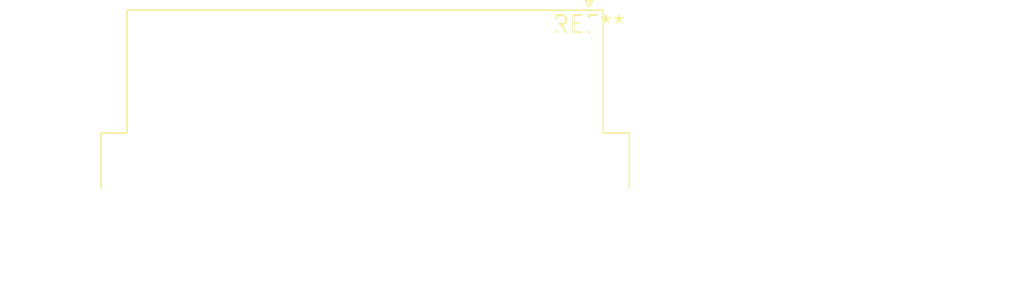
<source format=kicad_pcb>
(kicad_pcb (version 20240108) (generator pcbnew)
  (layers (0 "F.Cu" signal) (31 "B.Cu" signal) (34 "B.Paste" user) (35 "F.Paste" user) (36 "B.SilkS" user "B.Silkscreen") (37 "F.SilkS" user "F.Silkscreen") (38 "B.Mask" user) (39 "F.Mask" user) (44 "Edge.Cuts" user))
  (net 0 "")
  (footprint "DSUB-25_Female_Horizontal_P2.77x2.84mm_EdgePinOffset9.40mm" (layer "F.Cu") (at 0 0)
    (property "Reference" "REF**")
    (property "Value" "DSUB-25_Female_Horizontal_P2.77x2.84mm_EdgePinOffset9.40mm")
    (fp_line (start -36.23 8.08) (end -34.3 8.08) (layer "F.SilkS") (stroke (width 0.12)))
    (fp_line (start -36.23 12.18) (end -36.23 8.08) (layer "F.SilkS") (stroke (width 0.12)))
    (fp_line (start -34.3 -1.06) (end 1.06 -1.06) (layer "F.SilkS") (stroke (width 0.12)))
    (fp_line (start -34.3 8.08) (end -34.3 -1.06) (layer "F.SilkS") (stroke (width 0.12)))
    (fp_line (start -0.25 -1.754338) (end 0.25 -1.754338) (layer "F.SilkS") (stroke (width 0.12)))
    (fp_line (start 0 -1.321325) (end -0.25 -1.754338) (layer "F.SilkS") (stroke (width 0.12)))
    (fp_line (start 0.25 -1.754338) (end 0 -1.321325) (layer "F.SilkS") (stroke (width 0.12)))
    (fp_line (start 1.06 -1.06) (end 1.06 8.08) (layer "F.SilkS") (stroke (width 0.12)))
    (fp_line (start 1.06 8.08) (end 2.99 8.08) (layer "F.SilkS") (stroke (width 0.12)))
    (fp_line (start 2.99 8.08) (end 2.99 12.18) (layer "F.SilkS") (stroke (width 0.12)))
    (pad "1" thru_hole rect (at 0 0) (size 1.6 1.6) (drill 1) (layers *.Cu *.Mask) (remove_unused_layers))
    (pad "2" thru_hole circle (at -2.77 0) (size 1.6 1.6) (drill 1) (layers *.Cu *.Mask) (remove_unused_layers))
    (pad "3" thru_hole circle (at -5.54 0) (size 1.6 1.6) (drill 1) (layers *.Cu *.Mask) (remove_unused_layers))
    (pad "4" thru_hole circle (at -8.31 0) (size 1.6 1.6) (drill 1) (layers *.Cu *.Mask) (remove_unused_layers))
    (pad "5" thru_hole circle (at -11.08 0) (size 1.6 1.6) (drill 1) (layers *.Cu *.Mask) (remove_unused_layers))
    (pad "6" thru_hole circle (at -13.85 0) (size 1.6 1.6) (drill 1) (layers *.Cu *.Mask) (remove_unused_layers))
    (pad "7" thru_hole circle (at -16.62 0) (size 1.6 1.6) (drill 1) (layers *.Cu *.Mask) (remove_unused_layers))
    (pad "8" thru_hole circle (at -19.39 0) (size 1.6 1.6) (drill 1) (layers *.Cu *.Mask) (remove_unused_layers))
    (pad "9" thru_hole circle (at -22.16 0) (size 1.6 1.6) (drill 1) (layers *.Cu *.Mask) (remove_unused_layers))
    (pad "10" thru_hole circle (at -24.93 0) (size 1.6 1.6) (drill 1) (layers *.Cu *.Mask) (remove_unused_layers))
    (pad "11" thru_hole circle (at -27.7 0) (size 1.6 1.6) (drill 1) (layers *.Cu *.Mask) (remove_unused_layers))
    (pad "12" thru_hole circle (at -30.47 0) (size 1.6 1.6) (drill 1) (layers *.Cu *.Mask) (remove_unused_layers))
    (pad "13" thru_hole circle (at -33.24 0) (size 1.6 1.6) (drill 1) (layers *.Cu *.Mask) (remove_unused_layers))
    (pad "14" thru_hole circle (at -1.385 2.84) (size 1.6 1.6) (drill 1) (layers *.Cu *.Mask) (remove_unused_layers))
    (pad "15" thru_hole circle (at -4.155 2.84) (size 1.6 1.6) (drill 1) (layers *.Cu *.Mask) (remove_unused_layers))
    (pad "16" thru_hole circle (at -6.925 2.84) (size 1.6 1.6) (drill 1) (layers *.Cu *.Mask) (remove_unused_layers))
    (pad "17" thru_hole circle (at -9.695 2.84) (size 1.6 1.6) (drill 1) (layers *.Cu *.Mask) (remove_unused_layers))
    (pad "18" thru_hole circle (at -12.465 2.84) (size 1.6 1.6) (drill 1) (layers *.Cu *.Mask) (remove_unused_layers))
    (pad "19" thru_hole circle (at -15.235 2.84) (size 1.6 1.6) (drill 1) (layers *.Cu *.Mask) (remove_unused_layers))
    (pad "20" thru_hole circle (at -18.005 2.84) (size 1.6 1.6) (drill 1) (layers *.Cu *.Mask) (remove_unused_layers))
    (pad "21" thru_hole circle (at -20.775 2.84) (size 1.6 1.6) (drill 1) (layers *.Cu *.Mask) (remove_unused_layers))
    (pad "22" thru_hole circle (at -23.545 2.84) (size 1.6 1.6) (drill 1) (layers *.Cu *.Mask) (remove_unused_layers))
    (pad "23" thru_hole circle (at -26.315 2.84) (size 1.6 1.6) (drill 1) (layers *.Cu *.Mask) (remove_unused_layers))
    (pad "24" thru_hole circle (at -29.085 2.84) (size 1.6 1.6) (drill 1) (layers *.Cu *.Mask) (remove_unused_layers))
    (pad "25" thru_hole circle (at -31.855 2.84) (size 1.6 1.6) (drill 1) (layers *.Cu *.Mask) (remove_unused_layers))
  )
)
</source>
